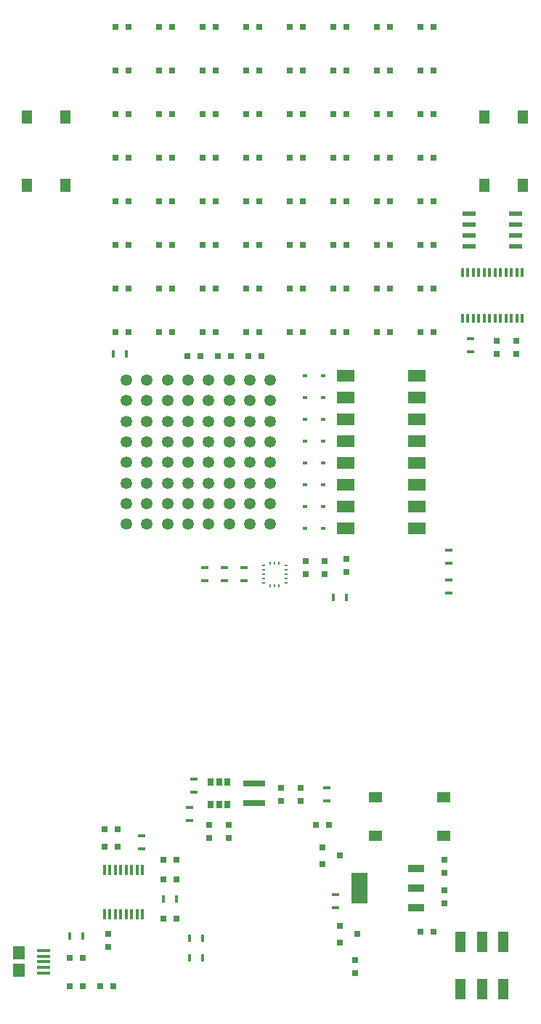
<source format=gtp>
G04 #@! TF.FileFunction,Paste,Top*
%FSLAX46Y46*%
G04 Gerber Fmt 4.6, Leading zero omitted, Abs format (unit mm)*
G04 Created by KiCad (PCBNEW 4.0.0-rc2-stable) date 12/16/2015 3:19:05 PM*
%MOMM*%
G01*
G04 APERTURE LIST*
%ADD10C,0.100000*%
%ADD11R,0.369200X1.069200*%
%ADD12R,0.749200X0.699200*%
%ADD13R,0.699200X0.749200*%
%ADD14R,0.449200X0.849200*%
%ADD15R,0.749300X0.749300*%
%ADD16R,0.849200X0.449200*%
%ADD17R,0.349200X1.149200*%
%ADD18R,1.981200X3.606800*%
%ADD19R,1.981200X0.965200*%
%ADD20R,2.649200X0.749200*%
%ADD21R,1.149200X2.449200*%
%ADD22R,1.249200X1.499200*%
%ADD23R,1.499200X1.249200*%
%ADD24R,0.297180X0.198120*%
%ADD25R,0.198120X0.297180*%
%ADD26R,0.640080X0.949960*%
%ADD27R,1.649200X0.349200*%
%ADD28R,1.449200X1.499200*%
%ADD29R,0.539200X0.399200*%
%ADD30C,1.348740*%
%ADD31R,0.746760X0.746760*%
%ADD32R,2.109200X1.469200*%
%ADD33R,1.499200X0.549200*%
G04 APERTURE END LIST*
D10*
D11*
X52260500Y-35162000D03*
X52260500Y-29862000D03*
X51625500Y-35162000D03*
X51625500Y-29862000D03*
X50990500Y-35162000D03*
X50990500Y-29862000D03*
X50355500Y-35162000D03*
X50355500Y-29862000D03*
X49720500Y-35162000D03*
X49720500Y-29862000D03*
X49085500Y-35162000D03*
X49085500Y-29862000D03*
X48450500Y-35162000D03*
X48450500Y-29862000D03*
X47815500Y-35162000D03*
X47815500Y-29862000D03*
X47180500Y-35162000D03*
X47180500Y-29862000D03*
X46545500Y-35162000D03*
X46545500Y-29862000D03*
X45910500Y-35162000D03*
X45910500Y-29862000D03*
X45275500Y-35162000D03*
X45275500Y-29862000D03*
D12*
X10426000Y-98298000D03*
X11926000Y-98298000D03*
D13*
X43180000Y-98310000D03*
X43180000Y-99810000D03*
X43180000Y-101866000D03*
X43180000Y-103366000D03*
D12*
X-496000Y-109728000D03*
X1004000Y-109728000D03*
D13*
X3937000Y-106946000D03*
X3937000Y-108446000D03*
D12*
X11926000Y-105156000D03*
X10426000Y-105156000D03*
D14*
X-496000Y-107188000D03*
X1004000Y-107188000D03*
D15*
X31003240Y-105984000D03*
X31003240Y-107884000D03*
X33002220Y-106934000D03*
D14*
X10426000Y-102870000D03*
X11926000Y-102870000D03*
D16*
X7874000Y-97016000D03*
X7874000Y-95516000D03*
D14*
X14974000Y-109728000D03*
X13474000Y-109728000D03*
X14974000Y-107442000D03*
X13474000Y-107442000D03*
D17*
X3522980Y-104626720D03*
X4157980Y-104626720D03*
X4792980Y-104626720D03*
X5427980Y-104626720D03*
X6062980Y-104626720D03*
X6697980Y-104626720D03*
X7332980Y-104626720D03*
X7967980Y-104626720D03*
X7967980Y-99426720D03*
X7332980Y-99426720D03*
X6697980Y-99426720D03*
X6062980Y-99426720D03*
X5427980Y-99426720D03*
X4792980Y-99426720D03*
X4157980Y-99426720D03*
X3522980Y-99426720D03*
D18*
X33274000Y-101600000D03*
D19*
X39878000Y-101600000D03*
X39878000Y-99314000D03*
X39878000Y-103886000D03*
D12*
X20332000Y-39624000D03*
X21832000Y-39624000D03*
D13*
X32766000Y-109994000D03*
X32766000Y-111494000D03*
X27000200Y-63512000D03*
X27000200Y-65012000D03*
X29210000Y-63512000D03*
X29210000Y-65012000D03*
D12*
X5068000Y-94742000D03*
X3568000Y-94742000D03*
X5068000Y-96774000D03*
X3568000Y-96774000D03*
D13*
X51562000Y-37858000D03*
X51562000Y-39358000D03*
X49276000Y-37858000D03*
X49276000Y-39358000D03*
D12*
X10426000Y-100584000D03*
X11926000Y-100584000D03*
D13*
X24130000Y-91428000D03*
X24130000Y-89928000D03*
X18034000Y-94246000D03*
X18034000Y-95746000D03*
X26416000Y-91428000D03*
X26416000Y-89928000D03*
X15748000Y-94246000D03*
X15748000Y-95746000D03*
D20*
X20955000Y-89401000D03*
X20955000Y-91701000D03*
D14*
X30238000Y-67691000D03*
X31738000Y-67691000D03*
D16*
X15240000Y-65774000D03*
X15240000Y-64274000D03*
X17526000Y-65774000D03*
X17526000Y-64274000D03*
X13970000Y-88912000D03*
X13970000Y-90412000D03*
X19812000Y-65774000D03*
X19812000Y-64274000D03*
X13462000Y-93714000D03*
X13462000Y-92214000D03*
D21*
X50023400Y-113341600D03*
X50023400Y-107841600D03*
X47523400Y-113341600D03*
X47523400Y-107841600D03*
X45023400Y-113341600D03*
X45023400Y-107841600D03*
D22*
X52288000Y-19723000D03*
X47788000Y-19723000D03*
X47788000Y-11773000D03*
X52288000Y-11773000D03*
X-1052000Y-19723000D03*
X-5552000Y-19723000D03*
X-5552000Y-11773000D03*
X-1052000Y-11773000D03*
D23*
X35141000Y-95468000D03*
X35141000Y-90968000D03*
X43091000Y-90968000D03*
X43091000Y-95468000D03*
D24*
X22042120Y-64025780D03*
X22042120Y-64526160D03*
X22042120Y-65024000D03*
X22042120Y-65521840D03*
X22042120Y-66022220D03*
D25*
X22870160Y-66349880D03*
X23368000Y-66349880D03*
X23865840Y-66349880D03*
D24*
X24693880Y-66022220D03*
X24693880Y-65521840D03*
X24693880Y-65024000D03*
X24693880Y-64526160D03*
X24693880Y-64025780D03*
D25*
X23865840Y-63698120D03*
X23368000Y-63698120D03*
X22870160Y-63698120D03*
D26*
X17840960Y-89250520D03*
X16891000Y-89250520D03*
X15941040Y-89250520D03*
X15941040Y-91851480D03*
X16891000Y-91851480D03*
X17840960Y-91851480D03*
D12*
X41898000Y-106680000D03*
X40398000Y-106680000D03*
X28206000Y-94234000D03*
X29706000Y-94234000D03*
X18276000Y-39624000D03*
X16776000Y-39624000D03*
X14720000Y-39624000D03*
X13220000Y-39624000D03*
D15*
X28971240Y-96840000D03*
X28971240Y-98740000D03*
X30970220Y-97790000D03*
D16*
X30480000Y-102374000D03*
X30480000Y-103874000D03*
X29464000Y-89928000D03*
X29464000Y-91428000D03*
X43688000Y-63742000D03*
X43688000Y-62242000D03*
X43688000Y-67171000D03*
X43688000Y-65671000D03*
X46228000Y-39104000D03*
X46228000Y-37604000D03*
D27*
X-3576200Y-111459800D03*
X-3576200Y-110809800D03*
X-3576200Y-109509800D03*
X-3576200Y-110159800D03*
X-3576200Y-108859800D03*
D28*
X-6426200Y-109134800D03*
X-6426200Y-111184800D03*
D29*
X28995000Y-41910000D03*
X26885000Y-41910000D03*
X28995000Y-44450000D03*
X26885000Y-44450000D03*
X28995000Y-46990000D03*
X26885000Y-46990000D03*
X28995000Y-49530000D03*
X26885000Y-49530000D03*
X28995000Y-52070000D03*
X26885000Y-52070000D03*
X28995000Y-54610000D03*
X26885000Y-54610000D03*
X28995000Y-57150000D03*
X26885000Y-57150000D03*
X28995000Y-59690000D03*
X26885000Y-59690000D03*
D30*
X22877780Y-42400220D03*
X20477480Y-42400220D03*
X18077180Y-42400220D03*
X15676880Y-42400220D03*
X13276580Y-42400220D03*
X10878820Y-42400220D03*
X8478520Y-42400220D03*
X6078220Y-42400220D03*
X22877780Y-44800520D03*
X20477480Y-44800520D03*
X18077180Y-44800520D03*
X15676880Y-44800520D03*
X13276580Y-44800520D03*
X10878820Y-44800520D03*
X8478520Y-44800520D03*
X6078220Y-44800520D03*
X22877780Y-47200820D03*
X20477480Y-47200820D03*
X18077180Y-47200820D03*
X15676880Y-47200820D03*
X13276580Y-47200820D03*
X10878820Y-47200820D03*
X8478520Y-47200820D03*
X6078220Y-47200820D03*
X22877780Y-49601120D03*
X20477480Y-49601120D03*
X18077180Y-49601120D03*
X15676880Y-49601120D03*
X13276580Y-49601120D03*
X10878820Y-49601120D03*
X8478520Y-49601120D03*
X6078220Y-49601120D03*
X22877780Y-52001420D03*
X20477480Y-52001420D03*
X18077180Y-52001420D03*
X15676880Y-52001420D03*
X13276580Y-52001420D03*
X10878820Y-52001420D03*
X8478520Y-52001420D03*
X6078220Y-52001420D03*
X22877780Y-54399180D03*
X20477480Y-54399180D03*
X18077180Y-54399180D03*
X15676880Y-54399180D03*
X13276580Y-54399180D03*
X10878820Y-54399180D03*
X8478520Y-54399180D03*
X6078220Y-54399180D03*
X22877780Y-56799480D03*
X20477480Y-56799480D03*
X18077180Y-56799480D03*
X15676880Y-56799480D03*
X13276580Y-56799480D03*
X10878820Y-56799480D03*
X8478520Y-56799480D03*
X6078220Y-56799480D03*
X22877780Y-59199780D03*
X20477480Y-59199780D03*
X18077180Y-59199780D03*
X15676880Y-59199780D03*
X13276580Y-59199780D03*
X10878820Y-59199780D03*
X8478520Y-59199780D03*
X6078220Y-59199780D03*
D31*
X-495300Y-113030000D03*
X1003300Y-113030000D03*
X3060700Y-113030000D03*
X4559300Y-113030000D03*
X40398700Y-31750000D03*
X41897300Y-31750000D03*
X40398700Y-36830000D03*
X41897300Y-36830000D03*
X31750000Y-63258700D03*
X31750000Y-64757300D03*
X4838700Y-1270000D03*
X6337300Y-1270000D03*
X4838700Y-6350000D03*
X6337300Y-6350000D03*
X4838700Y-11430000D03*
X6337300Y-11430000D03*
X4838700Y-16510000D03*
X6337300Y-16510000D03*
X4838700Y-21590000D03*
X6337300Y-21590000D03*
X4838700Y-26670000D03*
X6337300Y-26670000D03*
X4838700Y-31750000D03*
X6337300Y-31750000D03*
X4838700Y-36830000D03*
X6337300Y-36830000D03*
X9918700Y-1270000D03*
X11417300Y-1270000D03*
X9918700Y-6350000D03*
X11417300Y-6350000D03*
X9918700Y-11430000D03*
X11417300Y-11430000D03*
X9918700Y-16510000D03*
X11417300Y-16510000D03*
X9918700Y-21590000D03*
X11417300Y-21590000D03*
X9918700Y-26670000D03*
X11417300Y-26670000D03*
X9918700Y-31750000D03*
X11417300Y-31750000D03*
X9918700Y-36830000D03*
X11417300Y-36830000D03*
X14998700Y-1270000D03*
X16497300Y-1270000D03*
X14998700Y-6350000D03*
X16497300Y-6350000D03*
X14998700Y-11430000D03*
X16497300Y-11430000D03*
X14998700Y-16510000D03*
X16497300Y-16510000D03*
X14998700Y-21590000D03*
X16497300Y-21590000D03*
X14998700Y-26670000D03*
X16497300Y-26670000D03*
X14998700Y-31750000D03*
X16497300Y-31750000D03*
X14998700Y-36830000D03*
X16497300Y-36830000D03*
X20078700Y-1270000D03*
X21577300Y-1270000D03*
X20078700Y-6350000D03*
X21577300Y-6350000D03*
X20078700Y-11430000D03*
X21577300Y-11430000D03*
X20078700Y-16510000D03*
X21577300Y-16510000D03*
X20078700Y-21590000D03*
X21577300Y-21590000D03*
X20078700Y-26670000D03*
X21577300Y-26670000D03*
X20078700Y-31750000D03*
X21577300Y-31750000D03*
X20078700Y-36830000D03*
X21577300Y-36830000D03*
X25158700Y-1270000D03*
X26657300Y-1270000D03*
X25158700Y-6350000D03*
X26657300Y-6350000D03*
X25158700Y-11430000D03*
X26657300Y-11430000D03*
X25158700Y-16510000D03*
X26657300Y-16510000D03*
X25158700Y-21590000D03*
X26657300Y-21590000D03*
X25158700Y-26670000D03*
X26657300Y-26670000D03*
X25158700Y-31750000D03*
X26657300Y-31750000D03*
X25158700Y-36830000D03*
X26657300Y-36830000D03*
X30238700Y-1270000D03*
X31737300Y-1270000D03*
X30238700Y-6350000D03*
X31737300Y-6350000D03*
X30238700Y-11430000D03*
X31737300Y-11430000D03*
X30238700Y-16510000D03*
X31737300Y-16510000D03*
X30238700Y-21590000D03*
X31737300Y-21590000D03*
X30238700Y-26670000D03*
X31737300Y-26670000D03*
X30238700Y-31750000D03*
X31737300Y-31750000D03*
X30238700Y-36830000D03*
X31737300Y-36830000D03*
X35318700Y-1270000D03*
X36817300Y-1270000D03*
X35318700Y-6350000D03*
X36817300Y-6350000D03*
X35318700Y-11430000D03*
X36817300Y-11430000D03*
X35318700Y-16510000D03*
X36817300Y-16510000D03*
X35318700Y-21590000D03*
X36817300Y-21590000D03*
X35318700Y-26670000D03*
X36817300Y-26670000D03*
X35318700Y-31750000D03*
X36817300Y-31750000D03*
X35318700Y-36830000D03*
X36817300Y-36830000D03*
X40398700Y-1270000D03*
X41897300Y-1270000D03*
X40398700Y-6350000D03*
X41897300Y-6350000D03*
X40398700Y-11430000D03*
X41897300Y-11430000D03*
X40398700Y-16510000D03*
X41897300Y-16510000D03*
X40398700Y-21590000D03*
X41897300Y-21590000D03*
X40398700Y-26670000D03*
X41897300Y-26670000D03*
D32*
X39957200Y-41910000D03*
X31670800Y-41910000D03*
X39957200Y-44450000D03*
X31670800Y-44450000D03*
X39957200Y-46990000D03*
X31670800Y-46990000D03*
X39957200Y-49530000D03*
X31670800Y-49530000D03*
X39957200Y-52070000D03*
X31670800Y-52070000D03*
X39957200Y-54610000D03*
X31670800Y-54610000D03*
X39957200Y-57150000D03*
X31670800Y-57150000D03*
X39957200Y-59690000D03*
X31670800Y-59690000D03*
D33*
X51468000Y-26797000D03*
X51468000Y-25527000D03*
X51468000Y-24257000D03*
X51468000Y-22987000D03*
X46068000Y-22987000D03*
X46068000Y-24257000D03*
X46068000Y-25527000D03*
X46068000Y-26797000D03*
D14*
X6084000Y-39370000D03*
X4584000Y-39370000D03*
M02*

</source>
